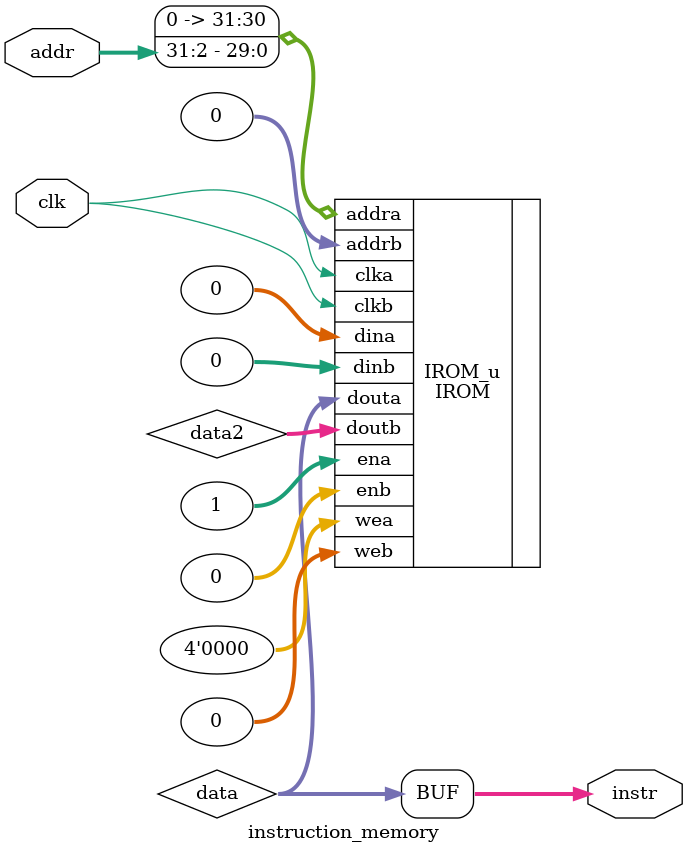
<source format=v>
module instruction_memory(
    input clk,
    input [31:0] addr,
    output [31:0] instr
);
    wire [31:0] data;
    wire [31:0] data2;
    
    IROM IROM_u (
        .clka(clk),
        .ena(1),
        .wea(4'b0000),
        .addra(addr >> 2),
        .dina(32'b0),
        .douta(data),
        
        .clkb(clk),
        .enb(0),
        .web(0),
        .addrb(0),
        .dinb(0),
        .doutb(data2)
    );
    assign instr = data;

endmodule
</source>
